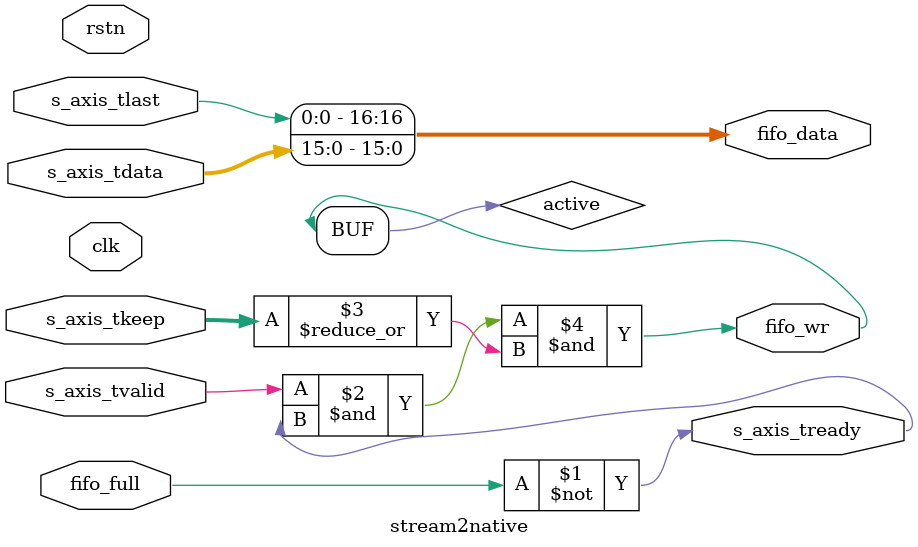
<source format=v>
`resetall
`timescale 1ns / 1ps
`default_nettype none

module stream2native #(
    parameter integer WIDTH = 16
) (
    input  wire                 clk,            //
    input  wire                 rstn,           //
    //
    input  wire                 fifo_full,      //
    output wire [      WIDTH:0] fifo_data,      //
    output wire                 fifo_wr,        //
    //
    output wire                 s_axis_tready,  //
    input  wire                 s_axis_tvalid,  //
    input  wire [  (WIDTH-1):0] s_axis_tdata,   //
    input  wire [(WIDTH/8-1):0] s_axis_tkeep,   //
    input  wire                 s_axis_tlast    //
);
    wire active;

    assign s_axis_tready = ~fifo_full;
    assign active        = s_axis_tvalid & s_axis_tready & (|s_axis_tkeep);
    assign fifo_wr       = active;
    assign fifo_data     = {s_axis_tlast, s_axis_tdata};

endmodule

// verilog_format: off
`resetall
// verilog_format: on

</source>
